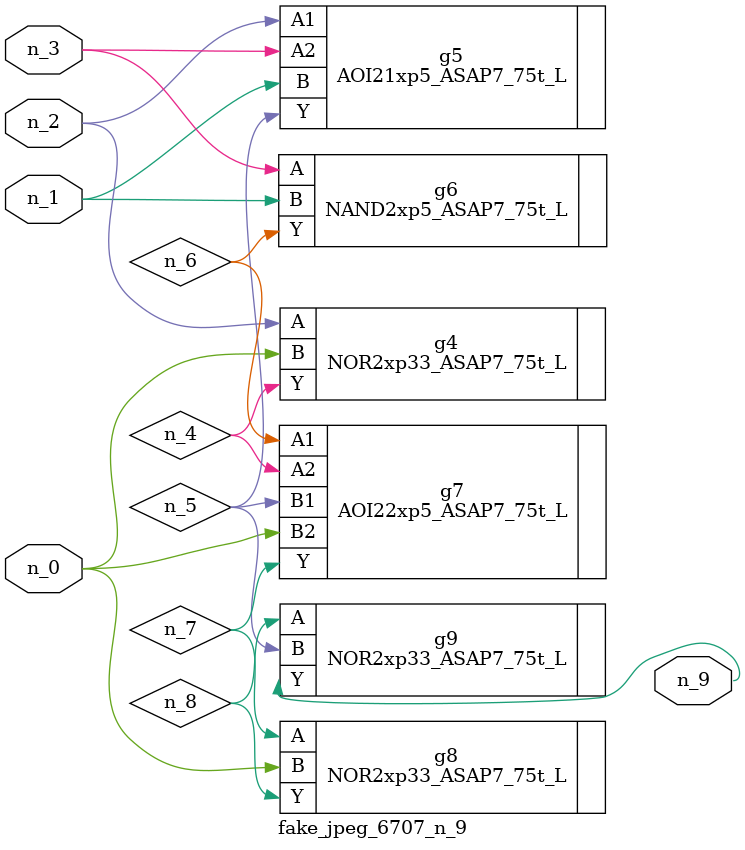
<source format=v>
module fake_jpeg_6707_n_9 (n_0, n_3, n_2, n_1, n_9);

input n_0;
input n_3;
input n_2;
input n_1;

output n_9;

wire n_4;
wire n_8;
wire n_6;
wire n_5;
wire n_7;

NOR2xp33_ASAP7_75t_L g4 ( 
.A(n_2),
.B(n_0),
.Y(n_4)
);

AOI21xp5_ASAP7_75t_L g5 ( 
.A1(n_2),
.A2(n_3),
.B(n_1),
.Y(n_5)
);

NAND2xp5_ASAP7_75t_L g6 ( 
.A(n_3),
.B(n_1),
.Y(n_6)
);

AOI22xp5_ASAP7_75t_L g7 ( 
.A1(n_6),
.A2(n_4),
.B1(n_5),
.B2(n_0),
.Y(n_7)
);

NOR2xp33_ASAP7_75t_L g8 ( 
.A(n_7),
.B(n_0),
.Y(n_8)
);

NOR2xp33_ASAP7_75t_L g9 ( 
.A(n_8),
.B(n_5),
.Y(n_9)
);


endmodule
</source>
